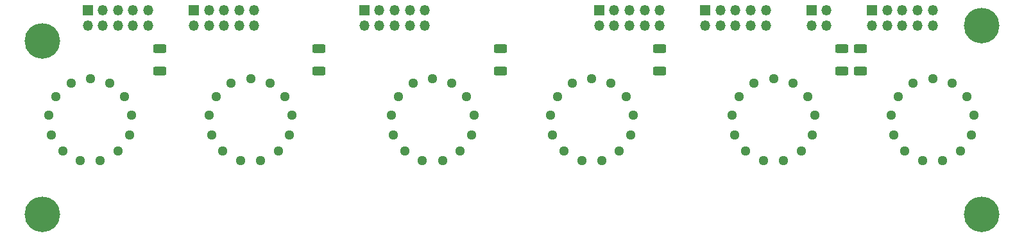
<source format=gbr>
%TF.GenerationSoftware,KiCad,Pcbnew,8.0.4+dfsg-1*%
%TF.CreationDate,2025-02-17T18:06:49+01:00*%
%TF.ProjectId,nixie-clock-tubes,6e697869-652d-4636-9c6f-636b2d747562,rev?*%
%TF.SameCoordinates,Original*%
%TF.FileFunction,Soldermask,Bot*%
%TF.FilePolarity,Negative*%
%FSLAX46Y46*%
G04 Gerber Fmt 4.6, Leading zero omitted, Abs format (unit mm)*
G04 Created by KiCad (PCBNEW 8.0.4+dfsg-1) date 2025-02-17 18:06:49*
%MOMM*%
%LPD*%
G01*
G04 APERTURE LIST*
G04 Aperture macros list*
%AMRoundRect*
0 Rectangle with rounded corners*
0 $1 Rounding radius*
0 $2 $3 $4 $5 $6 $7 $8 $9 X,Y pos of 4 corners*
0 Add a 4 corners polygon primitive as box body*
4,1,4,$2,$3,$4,$5,$6,$7,$8,$9,$2,$3,0*
0 Add four circle primitives for the rounded corners*
1,1,$1+$1,$2,$3*
1,1,$1+$1,$4,$5*
1,1,$1+$1,$6,$7*
1,1,$1+$1,$8,$9*
0 Add four rect primitives between the rounded corners*
20,1,$1+$1,$2,$3,$4,$5,0*
20,1,$1+$1,$4,$5,$6,$7,0*
20,1,$1+$1,$6,$7,$8,$9,0*
20,1,$1+$1,$8,$9,$2,$3,0*%
G04 Aperture macros list end*
%ADD10R,1.350000X1.350000*%
%ADD11O,1.350000X1.350000*%
%ADD12C,4.700000*%
%ADD13RoundRect,0.250000X0.625000X-0.312500X0.625000X0.312500X-0.625000X0.312500X-0.625000X-0.312500X0*%
%ADD14O,1.300000X1.300000*%
G04 APERTURE END LIST*
D10*
%TO.C,J5*%
X102000000Y-89000000D03*
D11*
X102000000Y-91000000D03*
X104000000Y-89000000D03*
X104000000Y-91000000D03*
X106000000Y-89000000D03*
X106000000Y-91000000D03*
X108000000Y-89000000D03*
X108000000Y-91000000D03*
X110000000Y-89000000D03*
X110000000Y-91000000D03*
%TD*%
D12*
%TO.C,H3*%
X206000000Y-116000000D03*
%TD*%
D10*
%TO.C,J3*%
X155500000Y-89000000D03*
D11*
X155500000Y-91000000D03*
X157500000Y-89000000D03*
X157500000Y-91000000D03*
X159500000Y-89000000D03*
X159500000Y-91000000D03*
X161500000Y-89000000D03*
X161500000Y-91000000D03*
X163500000Y-89000000D03*
X163500000Y-91000000D03*
%TD*%
D12*
%TO.C,H2*%
X206000000Y-91000000D03*
%TD*%
D10*
%TO.C,J7*%
X183500000Y-89000000D03*
D11*
X183500000Y-91000000D03*
X185500000Y-89000000D03*
X185500000Y-91000000D03*
%TD*%
D10*
%TO.C,J4*%
X88000000Y-89000000D03*
D11*
X88000000Y-91000000D03*
X90000000Y-89000000D03*
X90000000Y-91000000D03*
X92000000Y-89000000D03*
X92000000Y-91000000D03*
X94000000Y-89000000D03*
X94000000Y-91000000D03*
X96000000Y-89000000D03*
X96000000Y-91000000D03*
%TD*%
D10*
%TO.C,J1*%
X169500000Y-89000000D03*
D11*
X169500000Y-91000000D03*
X171500000Y-89000000D03*
X171500000Y-91000000D03*
X173500000Y-89000000D03*
X173500000Y-91000000D03*
X175500000Y-89000000D03*
X175500000Y-91000000D03*
X177500000Y-89000000D03*
X177500000Y-91000000D03*
%TD*%
D12*
%TO.C,H4*%
X82000000Y-116000000D03*
%TD*%
D10*
%TO.C,J2*%
X191500000Y-89000000D03*
D11*
X191500000Y-91000000D03*
X193500000Y-89000000D03*
X193500000Y-91000000D03*
X195500000Y-89000000D03*
X195500000Y-91000000D03*
X197500000Y-89000000D03*
X197500000Y-91000000D03*
X199500000Y-89000000D03*
X199500000Y-91000000D03*
%TD*%
D12*
%TO.C,H1*%
X82000000Y-93000000D03*
%TD*%
D10*
%TO.C,J6*%
X124500000Y-89000000D03*
D11*
X124500000Y-91000000D03*
X126500000Y-89000000D03*
X126500000Y-91000000D03*
X128500000Y-89000000D03*
X128500000Y-91000000D03*
X130500000Y-89000000D03*
X130500000Y-91000000D03*
X132500000Y-89000000D03*
X132500000Y-91000000D03*
%TD*%
D13*
%TO.C,R3*%
X97500000Y-96962500D03*
X97500000Y-94037500D03*
%TD*%
D14*
%TO.C,N1*%
X88352826Y-98000000D03*
X90908803Y-98629992D03*
X92879237Y-100375644D03*
X93812724Y-102837049D03*
X93495415Y-105450326D03*
X92000000Y-107616809D03*
X89669062Y-108840179D03*
X87036590Y-108840179D03*
X84705652Y-107616809D03*
X83210237Y-105450326D03*
X82892928Y-102837049D03*
X83826415Y-100375644D03*
X85796849Y-98629992D03*
%TD*%
D13*
%TO.C,R1*%
X142500000Y-96962500D03*
X142500000Y-94037500D03*
%TD*%
%TO.C,R5*%
X187500000Y-96962500D03*
X187500000Y-94037500D03*
%TD*%
D14*
%TO.C,N5*%
X178500000Y-98000000D03*
X181055977Y-98629992D03*
X183026411Y-100375644D03*
X183959898Y-102837049D03*
X183642589Y-105450326D03*
X182147174Y-107616809D03*
X179816236Y-108840179D03*
X177183764Y-108840179D03*
X174852826Y-107616809D03*
X173357411Y-105450326D03*
X173040102Y-102837049D03*
X173973589Y-100375644D03*
X175944023Y-98629992D03*
%TD*%
%TO.C,N3*%
X133500000Y-98000000D03*
X136055977Y-98629992D03*
X138026411Y-100375644D03*
X138959898Y-102837049D03*
X138642589Y-105450326D03*
X137147174Y-107616809D03*
X134816236Y-108840179D03*
X132183764Y-108840179D03*
X129852826Y-107616809D03*
X128357411Y-105450326D03*
X128040102Y-102837049D03*
X128973589Y-100375644D03*
X130944023Y-98629992D03*
%TD*%
D13*
%TO.C,R6*%
X190000000Y-96962500D03*
X190000000Y-94037500D03*
%TD*%
D14*
%TO.C,N6*%
X199500000Y-98000000D03*
X202055977Y-98629992D03*
X204026411Y-100375644D03*
X204959898Y-102837049D03*
X204642589Y-105450326D03*
X203147174Y-107616809D03*
X200816236Y-108840179D03*
X198183764Y-108840179D03*
X195852826Y-107616809D03*
X194357411Y-105450326D03*
X194040102Y-102837049D03*
X194973589Y-100375644D03*
X196944023Y-98629992D03*
%TD*%
D13*
%TO.C,R2*%
X118500000Y-96962500D03*
X118500000Y-94037500D03*
%TD*%
D14*
%TO.C,N2*%
X109500000Y-98000000D03*
X112055977Y-98629992D03*
X114026411Y-100375644D03*
X114959898Y-102837049D03*
X114642589Y-105450326D03*
X113147174Y-107616809D03*
X110816236Y-108840179D03*
X108183764Y-108840179D03*
X105852826Y-107616809D03*
X104357411Y-105450326D03*
X104040102Y-102837049D03*
X104973589Y-100375644D03*
X106944023Y-98629992D03*
%TD*%
D13*
%TO.C,R4*%
X163500000Y-96962500D03*
X163500000Y-94037500D03*
%TD*%
D14*
%TO.C,N4*%
X154500000Y-98000000D03*
X157055977Y-98629992D03*
X159026411Y-100375644D03*
X159959898Y-102837049D03*
X159642589Y-105450326D03*
X158147174Y-107616809D03*
X155816236Y-108840179D03*
X153183764Y-108840179D03*
X150852826Y-107616809D03*
X149357411Y-105450326D03*
X149040102Y-102837049D03*
X149973589Y-100375644D03*
X151944023Y-98629992D03*
%TD*%
M02*

</source>
